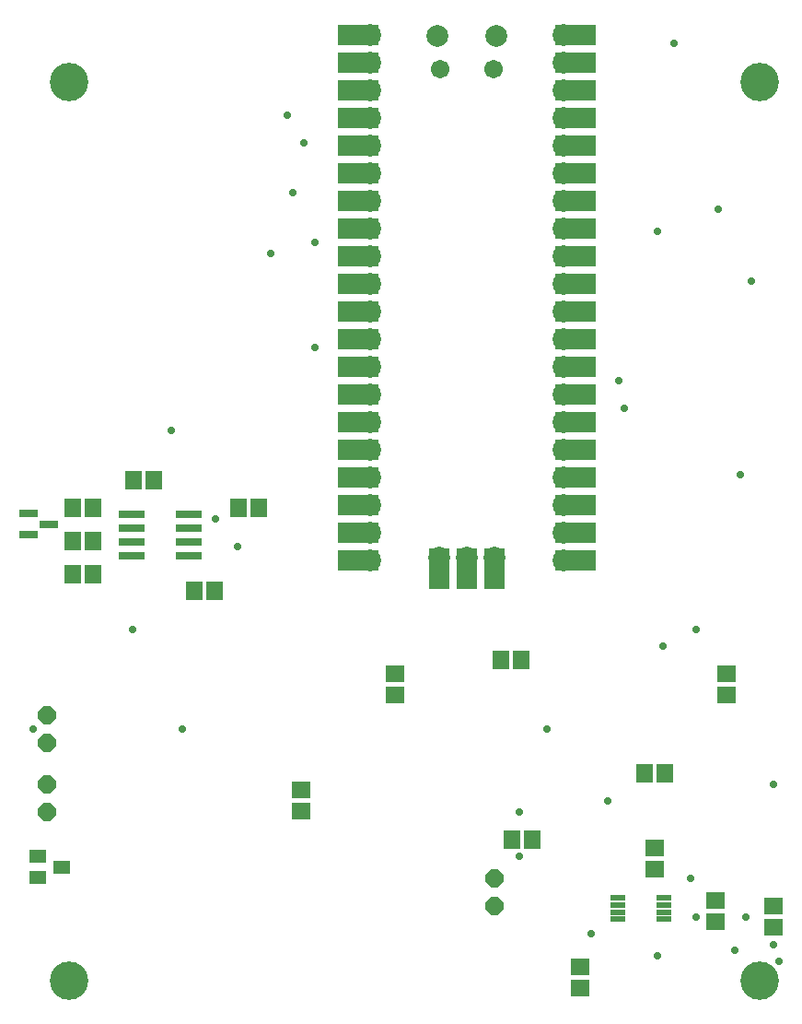
<source format=gts>
G04 EAGLE Gerber RS-274X export*
G75*
%MOMM*%
%FSLAX34Y34*%
%LPD*%
%INSoldermask Top*%
%IPPOS*%
%AMOC8*
5,1,8,0,0,1.08239X$1,22.5*%
G01*
%ADD10R,1.703200X1.503200*%
%ADD11R,1.403200X0.503200*%
%ADD12P,1.803519X8X292.500000*%
%ADD13P,1.803519X8X112.500000*%
%ADD14R,1.503200X1.703200*%
%ADD15C,2.003200*%
%ADD16R,3.703200X1.903200*%
%ADD17C,1.703200*%
%ADD18R,1.903200X3.703200*%
%ADD19R,1.603200X1.203200*%
%ADD20R,2.403200X0.803200*%
%ADD21R,1.703200X0.803200*%
%ADD22C,0.705600*%
%ADD23C,3.530600*%


D10*
X363220Y344780D03*
X363220Y325780D03*
X533400Y56540D03*
X533400Y75540D03*
X601980Y184760D03*
X601980Y165760D03*
X657860Y117500D03*
X657860Y136500D03*
X711200Y112420D03*
X711200Y131420D03*
D11*
X610400Y139300D03*
X610400Y132800D03*
X610400Y126300D03*
X610400Y119800D03*
X568150Y119800D03*
X568150Y126300D03*
X568150Y132800D03*
X568150Y139300D03*
D12*
X43180Y243840D03*
X43180Y218440D03*
D13*
X454660Y132080D03*
X454660Y157480D03*
X43180Y281940D03*
X43180Y307340D03*
D10*
X276860Y219100D03*
X276860Y238100D03*
D14*
X460400Y358140D03*
X479400Y358140D03*
X470560Y193040D03*
X489560Y193040D03*
D10*
X668020Y325780D03*
X668020Y344780D03*
D14*
X611480Y254000D03*
X592480Y254000D03*
D15*
X340360Y932180D03*
X340360Y906780D03*
X340360Y779780D03*
X340360Y754380D03*
X340360Y881380D03*
X340360Y855980D03*
X340360Y805180D03*
X340360Y830580D03*
X340360Y728980D03*
X340360Y703580D03*
X340360Y678180D03*
X340360Y652780D03*
X340360Y627380D03*
X340360Y601980D03*
X340360Y576580D03*
X340360Y551180D03*
X340360Y525780D03*
X340360Y500380D03*
X340360Y474980D03*
X340360Y449580D03*
X518160Y449580D03*
X518160Y474980D03*
X518160Y500380D03*
X518160Y525780D03*
X518160Y551180D03*
X518160Y576580D03*
X518160Y601980D03*
X518160Y627380D03*
X518160Y652780D03*
X518160Y678180D03*
X518160Y703580D03*
X518160Y728980D03*
X518160Y754380D03*
X518160Y779780D03*
X518160Y805180D03*
X518160Y830580D03*
X518160Y855980D03*
X518160Y881380D03*
X518160Y906780D03*
X518160Y932180D03*
D16*
X329260Y932180D03*
X329260Y906780D03*
X329260Y881380D03*
X329260Y855980D03*
X329260Y830580D03*
X329260Y805180D03*
X329260Y779780D03*
X329260Y754380D03*
X329260Y728980D03*
X329260Y703580D03*
X329260Y678180D03*
X329260Y652780D03*
X329260Y627380D03*
X329260Y601980D03*
X329260Y576580D03*
X329260Y551180D03*
X329260Y525780D03*
X329260Y500380D03*
X329260Y474980D03*
X329260Y449580D03*
X529260Y449580D03*
X529260Y474980D03*
X529260Y500380D03*
X529260Y525780D03*
X529260Y551180D03*
X529260Y576580D03*
X529260Y601980D03*
X529260Y627380D03*
X529260Y652780D03*
X529260Y678180D03*
X529260Y703580D03*
X529260Y728980D03*
X529260Y754380D03*
X529260Y779780D03*
X529260Y805180D03*
X529260Y830580D03*
X529260Y855980D03*
X529260Y881380D03*
X529260Y906780D03*
X529260Y932180D03*
D15*
X402010Y930880D03*
X456510Y930880D03*
D17*
X405010Y900580D03*
X453510Y900580D03*
D15*
X403860Y451880D03*
X429260Y451880D03*
X454660Y451880D03*
D18*
X403860Y441630D03*
X429260Y441630D03*
X454660Y441630D03*
D19*
X56720Y167640D03*
X34720Y158140D03*
X34720Y177140D03*
D14*
X141580Y523240D03*
X122580Y523240D03*
X197460Y421640D03*
X178460Y421640D03*
D20*
X121320Y478790D03*
X173320Y478790D03*
X121320Y491490D03*
X121320Y466090D03*
X121320Y453390D03*
X173320Y491490D03*
X173320Y466090D03*
X173320Y453390D03*
D14*
X66700Y497840D03*
X85700Y497840D03*
X238100Y497840D03*
X219100Y497840D03*
D21*
X26060Y492100D03*
X26060Y473100D03*
X45060Y482600D03*
D14*
X66700Y436880D03*
X85700Y436880D03*
X85700Y467360D03*
X66700Y467360D03*
D22*
X218440Y462280D03*
X609600Y370840D03*
D23*
X698500Y63500D03*
X63500Y63500D03*
X63500Y889000D03*
X698500Y889000D03*
D22*
X716280Y81280D03*
X711200Y96520D03*
X574040Y589280D03*
X568960Y614680D03*
X289560Y741680D03*
X289560Y645160D03*
X269240Y787400D03*
X264160Y858520D03*
X604520Y751840D03*
X680720Y528320D03*
X477520Y218440D03*
X477520Y177800D03*
X502920Y294640D03*
X640080Y386080D03*
X121920Y386080D03*
X198120Y487680D03*
X248920Y731520D03*
X619760Y924560D03*
X279400Y833120D03*
X660400Y772160D03*
X157480Y568960D03*
X690880Y706120D03*
X167640Y294640D03*
X30480Y294640D03*
X640080Y121920D03*
X604520Y86360D03*
X685800Y121920D03*
X711200Y243840D03*
X675640Y91440D03*
X635000Y157480D03*
X558800Y228600D03*
X543560Y106680D03*
M02*

</source>
